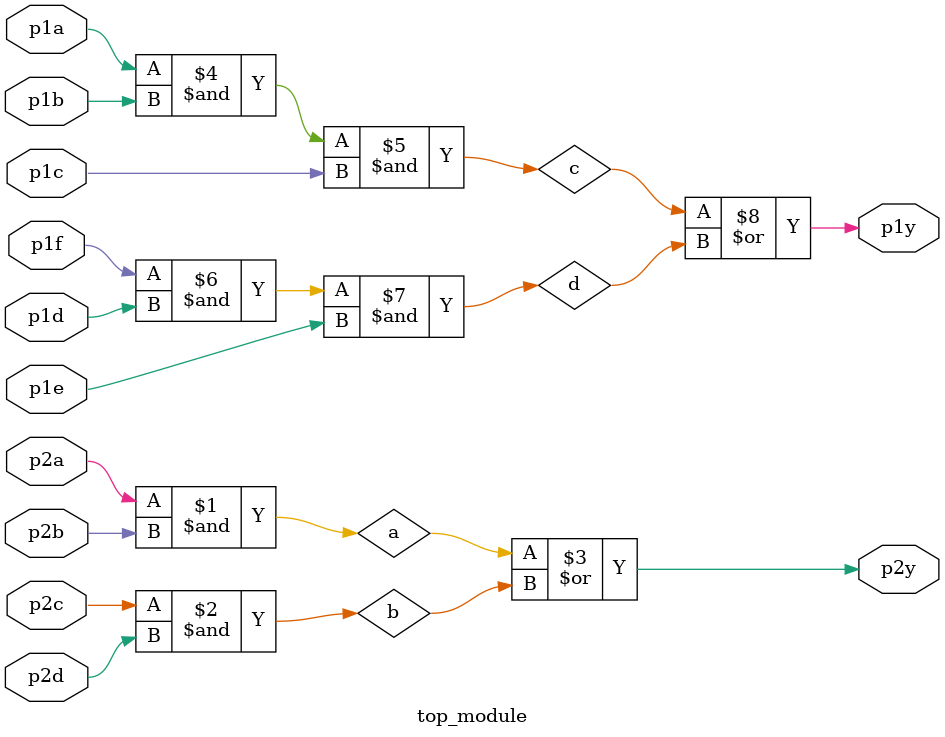
<source format=v>
module top_module ( 
    input p1a, p1b, p1c, p1d, p1e, p1f, // Inputs for first circuit
    output p1y,                         // Output for first circuit
    input p2a, p2b, p2c, p2d,           // Inputs for second circuit
    output p2y                          // Output for second circuit
);

    // Internal wire declarations
    wire a, b, c, d;

    // Logic for p2y
    assign a = p2a & p2b;  // AND operation on first two inputs of p2
    assign b = p2c & p2d;  // AND operation on last two inputs of p2
    assign p2y = a | b;    // OR operation, p2y = (p2a & p2b) OR (p2c & p2d)

    // Logic for p1y
    assign c = p1a & p1b & p1c;  // AND operation on first three inputs of p1
    assign d = p1f & p1d & p1e;  // AND operation on last three inputs of p1
    assign p1y = c | d;          // OR operation, p1y = (p1a & p1b & p1c) OR (p1f & p1d & p1e)

endmodule

</source>
